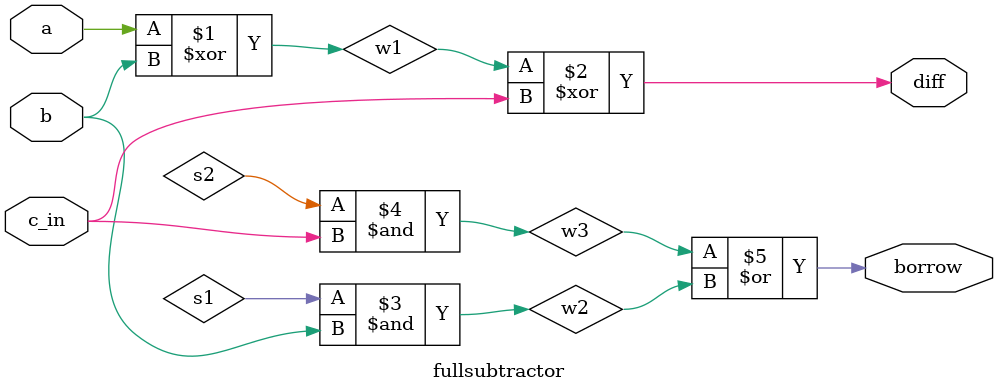
<source format=v>
`timescale 1ns / 1ps


module fullsubtractor(diff,borrow,a,b,c_in);
input a,b,c_in;
output diff,borrow;
    xor x1(w1,a,b);
    xor x2(diff,w1,c_in);
    and x3(w2,s1,b);
    and x4(w3,s2,c_in);
    or x5(borrow,w3,w2);
 endmodule

</source>
